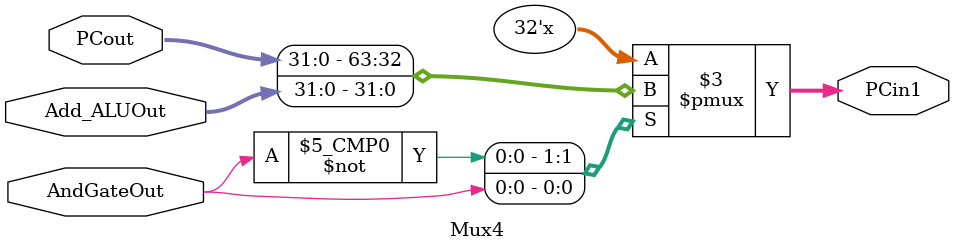
<source format=v>

module Mux4 (PCout, Add_ALUOut, AndGateOut, PCin1);

	input [31:0] PCout, Add_ALUOut;
	input AndGateOut;	
	
	output reg [31:0] PCin1;
	
	initial begin
		PCin1 <= 0;
	end
	
	always @(*) begin
		case (AndGateOut)
			0: PCin1 <= PCout ;
			1: PCin1 <= Add_ALUOut;
		endcase
	end
endmodule
</source>
